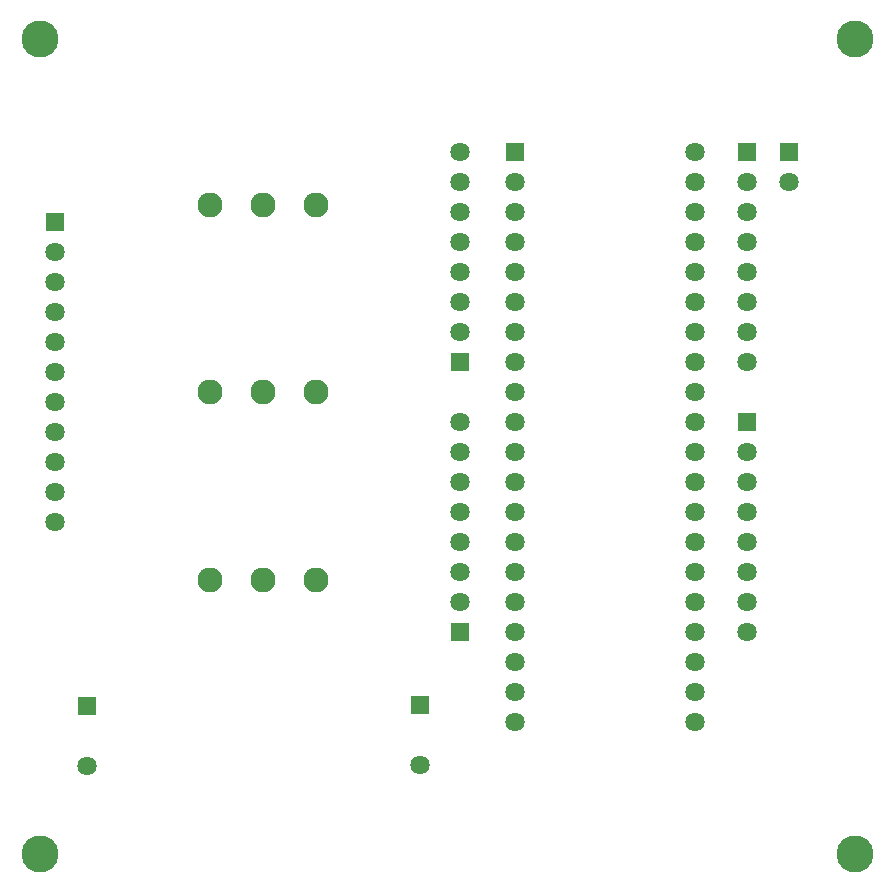
<source format=gbs>
G04 Layer_Color=16711935*
%FSLAX24Y24*%
%MOIN*%
G70*
G01*
G75*
%ADD27C,0.0641*%
%ADD28R,0.0641X0.0641*%
%ADD29R,0.0641X0.0641*%
%ADD30C,0.0641*%
%ADD31C,0.0837*%
%ADD32C,0.1231*%
D27*
X2760Y4120D02*
D03*
X24770Y14600D02*
D03*
Y13600D02*
D03*
Y12600D02*
D03*
Y11600D02*
D03*
Y10600D02*
D03*
Y9600D02*
D03*
Y8600D02*
D03*
Y23600D02*
D03*
Y22600D02*
D03*
Y21600D02*
D03*
Y20600D02*
D03*
Y19600D02*
D03*
Y18600D02*
D03*
Y17600D02*
D03*
X26170Y23600D02*
D03*
X13850Y4170D02*
D03*
X1700Y21250D02*
D03*
Y20250D02*
D03*
Y19250D02*
D03*
Y18250D02*
D03*
Y17250D02*
D03*
Y16250D02*
D03*
Y15250D02*
D03*
Y14250D02*
D03*
Y13250D02*
D03*
Y12250D02*
D03*
X15180Y9600D02*
D03*
Y10600D02*
D03*
Y11600D02*
D03*
Y12600D02*
D03*
Y13600D02*
D03*
Y14600D02*
D03*
Y15600D02*
D03*
Y18600D02*
D03*
Y19600D02*
D03*
Y20600D02*
D03*
Y21600D02*
D03*
Y22600D02*
D03*
Y23600D02*
D03*
Y24600D02*
D03*
D28*
X2760Y6120D02*
D03*
X24770Y15600D02*
D03*
Y24600D02*
D03*
X26170D02*
D03*
X13850Y6170D02*
D03*
X1700Y22250D02*
D03*
X15180Y8600D02*
D03*
Y17600D02*
D03*
D29*
X17020Y24600D02*
D03*
D30*
Y23600D02*
D03*
Y22600D02*
D03*
Y21600D02*
D03*
Y20600D02*
D03*
Y19600D02*
D03*
Y18600D02*
D03*
Y17600D02*
D03*
Y16600D02*
D03*
Y15600D02*
D03*
Y14600D02*
D03*
Y13600D02*
D03*
Y12600D02*
D03*
Y11600D02*
D03*
Y10600D02*
D03*
Y9600D02*
D03*
Y8600D02*
D03*
Y7600D02*
D03*
Y6600D02*
D03*
Y5600D02*
D03*
X23020Y24600D02*
D03*
Y23600D02*
D03*
Y22600D02*
D03*
Y21600D02*
D03*
Y20600D02*
D03*
Y19600D02*
D03*
Y18600D02*
D03*
Y17600D02*
D03*
Y16600D02*
D03*
Y15600D02*
D03*
Y14600D02*
D03*
Y13600D02*
D03*
Y12600D02*
D03*
Y11600D02*
D03*
Y10600D02*
D03*
Y9600D02*
D03*
Y8600D02*
D03*
Y7600D02*
D03*
Y6600D02*
D03*
Y5600D02*
D03*
D31*
X8620Y10330D02*
D03*
X10390D02*
D03*
X6850D02*
D03*
X8620Y16575D02*
D03*
X10390D02*
D03*
X6850D02*
D03*
X8620Y22820D02*
D03*
X10390D02*
D03*
X6850D02*
D03*
D32*
X28346Y28346D02*
D03*
Y1181D02*
D03*
X1181D02*
D03*
Y28346D02*
D03*
M02*

</source>
